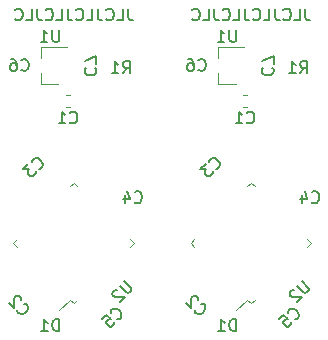
<source format=gbo>
%TF.GenerationSoftware,KiCad,Pcbnew,5.1.6*%
%TF.CreationDate,2020-10-27T00:07:36+01:00*%
%TF.ProjectId,anykey-x2,616e796b-6579-42d7-9832-2e6b69636164,rev?*%
%TF.SameCoordinates,Original*%
%TF.FileFunction,Legend,Bot*%
%TF.FilePolarity,Positive*%
%FSLAX46Y46*%
G04 Gerber Fmt 4.6, Leading zero omitted, Abs format (unit mm)*
G04 Created by KiCad (PCBNEW 5.1.6) date 2020-10-27 00:07:36*
%MOMM*%
%LPD*%
G01*
G04 APERTURE LIST*
%ADD10C,0.150000*%
%ADD11C,0.120000*%
%ADD12C,1.600000*%
%ADD13C,2.000000*%
%ADD14R,0.700000X0.500000*%
%ADD15R,11.100000X8.250000*%
%ADD16R,1.000000X0.900000*%
%ADD17C,2.300000*%
%ADD18C,4.100000*%
G04 APERTURE END LIST*
D10*
X75619065Y-59152381D02*
X75619065Y-59866667D01*
X75666684Y-60009524D01*
X75761922Y-60104762D01*
X75904779Y-60152381D01*
X76000018Y-60152381D01*
X74666684Y-60152381D02*
X75142875Y-60152381D01*
X75142875Y-59152381D01*
X73761922Y-60057143D02*
X73809541Y-60104762D01*
X73952398Y-60152381D01*
X74047637Y-60152381D01*
X74190494Y-60104762D01*
X74285732Y-60009524D01*
X74333351Y-59914286D01*
X74380970Y-59723810D01*
X74380970Y-59580953D01*
X74333351Y-59390477D01*
X74285732Y-59295239D01*
X74190494Y-59200001D01*
X74047637Y-59152381D01*
X73952398Y-59152381D01*
X73809541Y-59200001D01*
X73761922Y-59247620D01*
X73047637Y-59152381D02*
X73047637Y-59866667D01*
X73095256Y-60009524D01*
X73190494Y-60104762D01*
X73333351Y-60152381D01*
X73428589Y-60152381D01*
X72095256Y-60152381D02*
X72571446Y-60152381D01*
X72571446Y-59152381D01*
X71190494Y-60057143D02*
X71238113Y-60104762D01*
X71380970Y-60152381D01*
X71476208Y-60152381D01*
X71619065Y-60104762D01*
X71714303Y-60009524D01*
X71761922Y-59914286D01*
X71809541Y-59723810D01*
X71809541Y-59580953D01*
X71761922Y-59390477D01*
X71714303Y-59295239D01*
X71619065Y-59200001D01*
X71476208Y-59152381D01*
X71380970Y-59152381D01*
X71238113Y-59200001D01*
X71190494Y-59247620D01*
X70476208Y-59152381D02*
X70476208Y-59866667D01*
X70523827Y-60009524D01*
X70619065Y-60104762D01*
X70761922Y-60152381D01*
X70857160Y-60152381D01*
X69523827Y-60152381D02*
X70000018Y-60152381D01*
X70000018Y-59152381D01*
X68619065Y-60057143D02*
X68666684Y-60104762D01*
X68809541Y-60152381D01*
X68904779Y-60152381D01*
X69047637Y-60104762D01*
X69142875Y-60009524D01*
X69190494Y-59914286D01*
X69238113Y-59723810D01*
X69238113Y-59580953D01*
X69190494Y-59390477D01*
X69142875Y-59295239D01*
X69047637Y-59200001D01*
X68904779Y-59152381D01*
X68809541Y-59152381D01*
X68666684Y-59200001D01*
X68619065Y-59247620D01*
X67904779Y-59152381D02*
X67904779Y-59866667D01*
X67952398Y-60009524D01*
X68047637Y-60104762D01*
X68190494Y-60152381D01*
X68285732Y-60152381D01*
X66952398Y-60152381D02*
X67428589Y-60152381D01*
X67428589Y-59152381D01*
X66047637Y-60057143D02*
X66095256Y-60104762D01*
X66238113Y-60152381D01*
X66333351Y-60152381D01*
X66476208Y-60104762D01*
X66571446Y-60009524D01*
X66619065Y-59914286D01*
X66666684Y-59723810D01*
X66666684Y-59580953D01*
X66619065Y-59390477D01*
X66571446Y-59295239D01*
X66476208Y-59200001D01*
X66333351Y-59152381D01*
X66238113Y-59152381D01*
X66095256Y-59200001D01*
X66047637Y-59247620D01*
X60619048Y-59152381D02*
X60619048Y-59866667D01*
X60666667Y-60009524D01*
X60761905Y-60104762D01*
X60904762Y-60152381D01*
X61000001Y-60152381D01*
X59666667Y-60152381D02*
X60142858Y-60152381D01*
X60142858Y-59152381D01*
X58761905Y-60057143D02*
X58809524Y-60104762D01*
X58952381Y-60152381D01*
X59047620Y-60152381D01*
X59190477Y-60104762D01*
X59285715Y-60009524D01*
X59333334Y-59914286D01*
X59380953Y-59723810D01*
X59380953Y-59580953D01*
X59333334Y-59390477D01*
X59285715Y-59295239D01*
X59190477Y-59200001D01*
X59047620Y-59152381D01*
X58952381Y-59152381D01*
X58809524Y-59200001D01*
X58761905Y-59247620D01*
X58047620Y-59152381D02*
X58047620Y-59866667D01*
X58095239Y-60009524D01*
X58190477Y-60104762D01*
X58333334Y-60152381D01*
X58428572Y-60152381D01*
X57095239Y-60152381D02*
X57571429Y-60152381D01*
X57571429Y-59152381D01*
X56190477Y-60057143D02*
X56238096Y-60104762D01*
X56380953Y-60152381D01*
X56476191Y-60152381D01*
X56619048Y-60104762D01*
X56714286Y-60009524D01*
X56761905Y-59914286D01*
X56809524Y-59723810D01*
X56809524Y-59580953D01*
X56761905Y-59390477D01*
X56714286Y-59295239D01*
X56619048Y-59200001D01*
X56476191Y-59152381D01*
X56380953Y-59152381D01*
X56238096Y-59200001D01*
X56190477Y-59247620D01*
X55476191Y-59152381D02*
X55476191Y-59866667D01*
X55523810Y-60009524D01*
X55619048Y-60104762D01*
X55761905Y-60152381D01*
X55857143Y-60152381D01*
X54523810Y-60152381D02*
X55000001Y-60152381D01*
X55000001Y-59152381D01*
X53619048Y-60057143D02*
X53666667Y-60104762D01*
X53809524Y-60152381D01*
X53904762Y-60152381D01*
X54047620Y-60104762D01*
X54142858Y-60009524D01*
X54190477Y-59914286D01*
X54238096Y-59723810D01*
X54238096Y-59580953D01*
X54190477Y-59390477D01*
X54142858Y-59295239D01*
X54047620Y-59200001D01*
X53904762Y-59152381D01*
X53809524Y-59152381D01*
X53666667Y-59200001D01*
X53619048Y-59247620D01*
X52904762Y-59152381D02*
X52904762Y-59866667D01*
X52952381Y-60009524D01*
X53047620Y-60104762D01*
X53190477Y-60152381D01*
X53285715Y-60152381D01*
X51952381Y-60152381D02*
X52428572Y-60152381D01*
X52428572Y-59152381D01*
X51047620Y-60057143D02*
X51095239Y-60104762D01*
X51238096Y-60152381D01*
X51333334Y-60152381D01*
X51476191Y-60104762D01*
X51571429Y-60009524D01*
X51619048Y-59914286D01*
X51666667Y-59723810D01*
X51666667Y-59580953D01*
X51619048Y-59390477D01*
X51571429Y-59295239D01*
X51476191Y-59200001D01*
X51333334Y-59152381D01*
X51238096Y-59152381D01*
X51095239Y-59200001D01*
X51047620Y-59247620D01*
D11*
%TO.C,C1*%
X70337239Y-66490001D02*
X70662797Y-66490001D01*
X70337239Y-67510001D02*
X70662797Y-67510001D01*
%TO.C,U1*%
X68240018Y-65580001D02*
X68240018Y-64650001D01*
X68240018Y-62420001D02*
X68240018Y-63350001D01*
X68240018Y-62420001D02*
X70400018Y-62420001D01*
X68240018Y-65580001D02*
X69700018Y-65580001D01*
%TO.C,U2*%
X70681820Y-83787114D02*
X69769652Y-84699282D01*
X71000018Y-84105312D02*
X70681820Y-83787114D01*
X71318216Y-83787114D02*
X71000018Y-84105312D01*
X76105329Y-79000001D02*
X75787131Y-78681803D01*
X75787131Y-79318199D02*
X76105329Y-79000001D01*
X65894707Y-79000001D02*
X66212905Y-79318199D01*
X66212905Y-78681803D02*
X65894707Y-79000001D01*
X71000018Y-73894690D02*
X71318216Y-74212888D01*
X70681820Y-74212888D02*
X71000018Y-73894690D01*
%TO.C,C1*%
X55337222Y-66490001D02*
X55662780Y-66490001D01*
X55337222Y-67510001D02*
X55662780Y-67510001D01*
%TO.C,U1*%
X53240001Y-65580001D02*
X53240001Y-64650001D01*
X53240001Y-62420001D02*
X53240001Y-63350001D01*
X53240001Y-62420001D02*
X55400001Y-62420001D01*
X53240001Y-65580001D02*
X54700001Y-65580001D01*
%TO.C,U2*%
X55681803Y-83787114D02*
X54769635Y-84699282D01*
X56000001Y-84105312D02*
X55681803Y-83787114D01*
X56318199Y-83787114D02*
X56000001Y-84105312D01*
X61105312Y-79000001D02*
X60787114Y-78681803D01*
X60787114Y-79318199D02*
X61105312Y-79000001D01*
X50894690Y-79000001D02*
X51212888Y-79318199D01*
X51212888Y-78681803D02*
X50894690Y-79000001D01*
X56000001Y-73894690D02*
X56318199Y-74212888D01*
X55681803Y-74212888D02*
X56000001Y-73894690D01*
%TO.C,C1*%
D10*
X70666684Y-68787143D02*
X70714303Y-68834762D01*
X70857160Y-68882381D01*
X70952398Y-68882381D01*
X71095256Y-68834762D01*
X71190494Y-68739524D01*
X71238113Y-68644286D01*
X71285732Y-68453810D01*
X71285732Y-68310953D01*
X71238113Y-68120477D01*
X71190494Y-68025239D01*
X71095256Y-67930001D01*
X70952398Y-67882381D01*
X70857160Y-67882381D01*
X70714303Y-67930001D01*
X70666684Y-67977620D01*
X69714303Y-68882381D02*
X70285732Y-68882381D01*
X70000018Y-68882381D02*
X70000018Y-67882381D01*
X70095256Y-68025239D01*
X70190494Y-68120477D01*
X70285732Y-68168096D01*
%TO.C,C2*%
X66238015Y-84697705D02*
X66238015Y-84765048D01*
X66305359Y-84899735D01*
X66372702Y-84967079D01*
X66507390Y-85034422D01*
X66642077Y-85034422D01*
X66743092Y-85000751D01*
X66911451Y-84899735D01*
X67012466Y-84798720D01*
X67113481Y-84630361D01*
X67147153Y-84529346D01*
X67147153Y-84394659D01*
X67079809Y-84259972D01*
X67012466Y-84192628D01*
X66877779Y-84125285D01*
X66810435Y-84125285D01*
X66541061Y-83855911D02*
X66541061Y-83788567D01*
X66507390Y-83687552D01*
X66339031Y-83519193D01*
X66238015Y-83485522D01*
X66170672Y-83485522D01*
X66069657Y-83519193D01*
X66002313Y-83586537D01*
X65934970Y-83721224D01*
X65934970Y-84529346D01*
X65497237Y-84091613D01*
%TO.C,C3*%
X68043092Y-72707373D02*
X68110435Y-72707373D01*
X68245122Y-72640029D01*
X68312466Y-72572686D01*
X68379809Y-72437998D01*
X68379809Y-72303311D01*
X68346138Y-72202296D01*
X68245122Y-72033937D01*
X68144107Y-71932922D01*
X67975748Y-71831907D01*
X67874733Y-71798235D01*
X67740046Y-71798235D01*
X67605359Y-71865579D01*
X67538015Y-71932922D01*
X67470672Y-72067609D01*
X67470672Y-72134953D01*
X67167626Y-72303311D02*
X66729893Y-72741044D01*
X67234970Y-72774716D01*
X67133954Y-72875731D01*
X67100283Y-72976747D01*
X67100283Y-73044090D01*
X67133954Y-73145105D01*
X67302313Y-73313464D01*
X67403328Y-73347136D01*
X67470672Y-73347136D01*
X67571687Y-73313464D01*
X67773718Y-73111434D01*
X67807390Y-73010418D01*
X67807390Y-72943075D01*
%TO.C,C5*%
X74697722Y-85462003D02*
X74765065Y-85462003D01*
X74899752Y-85394659D01*
X74967096Y-85327316D01*
X75034439Y-85192628D01*
X75034439Y-85057941D01*
X75000768Y-84956926D01*
X74899752Y-84788567D01*
X74798737Y-84687552D01*
X74630378Y-84586537D01*
X74529363Y-84552865D01*
X74394676Y-84552865D01*
X74259989Y-84620209D01*
X74192645Y-84687552D01*
X74125302Y-84822239D01*
X74125302Y-84889583D01*
X73418195Y-85462003D02*
X73754913Y-85125285D01*
X74125302Y-85428331D01*
X74057958Y-85428331D01*
X73956943Y-85462003D01*
X73788584Y-85630361D01*
X73754913Y-85731377D01*
X73754913Y-85798720D01*
X73788584Y-85899735D01*
X73956943Y-86068094D01*
X74057958Y-86101766D01*
X74125302Y-86101766D01*
X74226317Y-86068094D01*
X74394676Y-85899735D01*
X74428348Y-85798720D01*
X74428348Y-85731377D01*
%TO.C,C7*%
X72012875Y-64166667D02*
X71965256Y-64214286D01*
X71917637Y-64357143D01*
X71917637Y-64452381D01*
X71965256Y-64595239D01*
X72060494Y-64690477D01*
X72155732Y-64738096D01*
X72346208Y-64785715D01*
X72489065Y-64785715D01*
X72679541Y-64738096D01*
X72774779Y-64690477D01*
X72870018Y-64595239D01*
X72917637Y-64452381D01*
X72917637Y-64357143D01*
X72870018Y-64214286D01*
X72822398Y-64166667D01*
X72917637Y-63833334D02*
X72917637Y-63166667D01*
X71917637Y-63595239D01*
%TO.C,D1*%
X69738113Y-86452381D02*
X69738113Y-85452381D01*
X69500018Y-85452381D01*
X69357160Y-85500001D01*
X69261922Y-85595239D01*
X69214303Y-85690477D01*
X69166684Y-85880953D01*
X69166684Y-86023810D01*
X69214303Y-86214286D01*
X69261922Y-86309524D01*
X69357160Y-86404762D01*
X69500018Y-86452381D01*
X69738113Y-86452381D01*
X68214303Y-86452381D02*
X68785732Y-86452381D01*
X68500018Y-86452381D02*
X68500018Y-85452381D01*
X68595256Y-85595239D01*
X68690494Y-85690477D01*
X68785732Y-85738096D01*
%TO.C,R1*%
X75166684Y-64622381D02*
X75500018Y-64146191D01*
X75738113Y-64622381D02*
X75738113Y-63622381D01*
X75357160Y-63622381D01*
X75261922Y-63670001D01*
X75214303Y-63717620D01*
X75166684Y-63812858D01*
X75166684Y-63955715D01*
X75214303Y-64050953D01*
X75261922Y-64098572D01*
X75357160Y-64146191D01*
X75738113Y-64146191D01*
X74214303Y-64622381D02*
X74785732Y-64622381D01*
X74500018Y-64622381D02*
X74500018Y-63622381D01*
X74595256Y-63765239D01*
X74690494Y-63860477D01*
X74785732Y-63908096D01*
%TO.C,U1*%
X69761922Y-60952381D02*
X69761922Y-61761905D01*
X69714303Y-61857143D01*
X69666684Y-61904762D01*
X69571446Y-61952381D01*
X69380970Y-61952381D01*
X69285732Y-61904762D01*
X69238113Y-61857143D01*
X69190494Y-61761905D01*
X69190494Y-60952381D01*
X68190494Y-61952381D02*
X68761922Y-61952381D01*
X68476208Y-61952381D02*
X68476208Y-60952381D01*
X68571446Y-61095239D01*
X68666684Y-61190477D01*
X68761922Y-61238096D01*
%TO.C,U2*%
X75288115Y-82210602D02*
X75860535Y-82783022D01*
X75894207Y-82884037D01*
X75894207Y-82951381D01*
X75860535Y-83052396D01*
X75725848Y-83187083D01*
X75624833Y-83220755D01*
X75557489Y-83220755D01*
X75456474Y-83187083D01*
X74884054Y-82614663D01*
X74648352Y-82985053D02*
X74581009Y-82985053D01*
X74479993Y-83018724D01*
X74311635Y-83187083D01*
X74277963Y-83288098D01*
X74277963Y-83355442D01*
X74311635Y-83456457D01*
X74378978Y-83523801D01*
X74513665Y-83591144D01*
X75321787Y-83591144D01*
X74884054Y-84028877D01*
%TO.C,C6*%
X66566684Y-64327143D02*
X66614303Y-64374762D01*
X66757160Y-64422381D01*
X66852398Y-64422381D01*
X66995256Y-64374762D01*
X67090494Y-64279524D01*
X67138113Y-64184286D01*
X67185732Y-63993810D01*
X67185732Y-63850953D01*
X67138113Y-63660477D01*
X67090494Y-63565239D01*
X66995256Y-63470001D01*
X66852398Y-63422381D01*
X66757160Y-63422381D01*
X66614303Y-63470001D01*
X66566684Y-63517620D01*
X65709541Y-63422381D02*
X65900018Y-63422381D01*
X65995256Y-63470001D01*
X66042875Y-63517620D01*
X66138113Y-63660477D01*
X66185732Y-63850953D01*
X66185732Y-64231905D01*
X66138113Y-64327143D01*
X66090494Y-64374762D01*
X65995256Y-64422381D01*
X65804779Y-64422381D01*
X65709541Y-64374762D01*
X65661922Y-64327143D01*
X65614303Y-64231905D01*
X65614303Y-63993810D01*
X65661922Y-63898572D01*
X65709541Y-63850953D01*
X65804779Y-63803334D01*
X65995256Y-63803334D01*
X66090494Y-63850953D01*
X66138113Y-63898572D01*
X66185732Y-63993810D01*
%TO.C,C4*%
X76166684Y-75527143D02*
X76214303Y-75574762D01*
X76357160Y-75622381D01*
X76452398Y-75622381D01*
X76595256Y-75574762D01*
X76690494Y-75479524D01*
X76738113Y-75384286D01*
X76785732Y-75193810D01*
X76785732Y-75050953D01*
X76738113Y-74860477D01*
X76690494Y-74765239D01*
X76595256Y-74670001D01*
X76452398Y-74622381D01*
X76357160Y-74622381D01*
X76214303Y-74670001D01*
X76166684Y-74717620D01*
X75309541Y-74955715D02*
X75309541Y-75622381D01*
X75547637Y-74574762D02*
X75785732Y-75289048D01*
X75166684Y-75289048D01*
%TO.C,C1*%
X55666667Y-68787143D02*
X55714286Y-68834762D01*
X55857143Y-68882381D01*
X55952381Y-68882381D01*
X56095239Y-68834762D01*
X56190477Y-68739524D01*
X56238096Y-68644286D01*
X56285715Y-68453810D01*
X56285715Y-68310953D01*
X56238096Y-68120477D01*
X56190477Y-68025239D01*
X56095239Y-67930001D01*
X55952381Y-67882381D01*
X55857143Y-67882381D01*
X55714286Y-67930001D01*
X55666667Y-67977620D01*
X54714286Y-68882381D02*
X55285715Y-68882381D01*
X55000001Y-68882381D02*
X55000001Y-67882381D01*
X55095239Y-68025239D01*
X55190477Y-68120477D01*
X55285715Y-68168096D01*
%TO.C,C2*%
X51237998Y-84697705D02*
X51237998Y-84765048D01*
X51305342Y-84899735D01*
X51372685Y-84967079D01*
X51507373Y-85034422D01*
X51642060Y-85034422D01*
X51743075Y-85000751D01*
X51911434Y-84899735D01*
X52012449Y-84798720D01*
X52113464Y-84630361D01*
X52147136Y-84529346D01*
X52147136Y-84394659D01*
X52079792Y-84259972D01*
X52012449Y-84192628D01*
X51877762Y-84125285D01*
X51810418Y-84125285D01*
X51541044Y-83855911D02*
X51541044Y-83788567D01*
X51507373Y-83687552D01*
X51339014Y-83519193D01*
X51237998Y-83485522D01*
X51170655Y-83485522D01*
X51069640Y-83519193D01*
X51002296Y-83586537D01*
X50934953Y-83721224D01*
X50934953Y-84529346D01*
X50497220Y-84091613D01*
%TO.C,C3*%
X53043075Y-72707373D02*
X53110418Y-72707373D01*
X53245105Y-72640029D01*
X53312449Y-72572686D01*
X53379792Y-72437998D01*
X53379792Y-72303311D01*
X53346121Y-72202296D01*
X53245105Y-72033937D01*
X53144090Y-71932922D01*
X52975731Y-71831907D01*
X52874716Y-71798235D01*
X52740029Y-71798235D01*
X52605342Y-71865579D01*
X52537998Y-71932922D01*
X52470655Y-72067609D01*
X52470655Y-72134953D01*
X52167609Y-72303311D02*
X51729876Y-72741044D01*
X52234953Y-72774716D01*
X52133937Y-72875731D01*
X52100266Y-72976747D01*
X52100266Y-73044090D01*
X52133937Y-73145105D01*
X52302296Y-73313464D01*
X52403311Y-73347136D01*
X52470655Y-73347136D01*
X52571670Y-73313464D01*
X52773701Y-73111434D01*
X52807373Y-73010418D01*
X52807373Y-72943075D01*
%TO.C,C5*%
X59697705Y-85462003D02*
X59765048Y-85462003D01*
X59899735Y-85394659D01*
X59967079Y-85327316D01*
X60034422Y-85192628D01*
X60034422Y-85057941D01*
X60000751Y-84956926D01*
X59899735Y-84788567D01*
X59798720Y-84687552D01*
X59630361Y-84586537D01*
X59529346Y-84552865D01*
X59394659Y-84552865D01*
X59259972Y-84620209D01*
X59192628Y-84687552D01*
X59125285Y-84822239D01*
X59125285Y-84889583D01*
X58418178Y-85462003D02*
X58754896Y-85125285D01*
X59125285Y-85428331D01*
X59057941Y-85428331D01*
X58956926Y-85462003D01*
X58788567Y-85630361D01*
X58754896Y-85731377D01*
X58754896Y-85798720D01*
X58788567Y-85899735D01*
X58956926Y-86068094D01*
X59057941Y-86101766D01*
X59125285Y-86101766D01*
X59226300Y-86068094D01*
X59394659Y-85899735D01*
X59428331Y-85798720D01*
X59428331Y-85731377D01*
%TO.C,C7*%
X57012858Y-64166667D02*
X56965239Y-64214286D01*
X56917620Y-64357143D01*
X56917620Y-64452381D01*
X56965239Y-64595239D01*
X57060477Y-64690477D01*
X57155715Y-64738096D01*
X57346191Y-64785715D01*
X57489048Y-64785715D01*
X57679524Y-64738096D01*
X57774762Y-64690477D01*
X57870001Y-64595239D01*
X57917620Y-64452381D01*
X57917620Y-64357143D01*
X57870001Y-64214286D01*
X57822381Y-64166667D01*
X57917620Y-63833334D02*
X57917620Y-63166667D01*
X56917620Y-63595239D01*
%TO.C,D1*%
X54738096Y-86452381D02*
X54738096Y-85452381D01*
X54500001Y-85452381D01*
X54357143Y-85500001D01*
X54261905Y-85595239D01*
X54214286Y-85690477D01*
X54166667Y-85880953D01*
X54166667Y-86023810D01*
X54214286Y-86214286D01*
X54261905Y-86309524D01*
X54357143Y-86404762D01*
X54500001Y-86452381D01*
X54738096Y-86452381D01*
X53214286Y-86452381D02*
X53785715Y-86452381D01*
X53500001Y-86452381D02*
X53500001Y-85452381D01*
X53595239Y-85595239D01*
X53690477Y-85690477D01*
X53785715Y-85738096D01*
%TO.C,R1*%
X60166667Y-64622381D02*
X60500001Y-64146191D01*
X60738096Y-64622381D02*
X60738096Y-63622381D01*
X60357143Y-63622381D01*
X60261905Y-63670001D01*
X60214286Y-63717620D01*
X60166667Y-63812858D01*
X60166667Y-63955715D01*
X60214286Y-64050953D01*
X60261905Y-64098572D01*
X60357143Y-64146191D01*
X60738096Y-64146191D01*
X59214286Y-64622381D02*
X59785715Y-64622381D01*
X59500001Y-64622381D02*
X59500001Y-63622381D01*
X59595239Y-63765239D01*
X59690477Y-63860477D01*
X59785715Y-63908096D01*
%TO.C,U1*%
X54761905Y-60952381D02*
X54761905Y-61761905D01*
X54714286Y-61857143D01*
X54666667Y-61904762D01*
X54571429Y-61952381D01*
X54380953Y-61952381D01*
X54285715Y-61904762D01*
X54238096Y-61857143D01*
X54190477Y-61761905D01*
X54190477Y-60952381D01*
X53190477Y-61952381D02*
X53761905Y-61952381D01*
X53476191Y-61952381D02*
X53476191Y-60952381D01*
X53571429Y-61095239D01*
X53666667Y-61190477D01*
X53761905Y-61238096D01*
%TO.C,U2*%
X60288098Y-82210602D02*
X60860518Y-82783022D01*
X60894190Y-82884037D01*
X60894190Y-82951381D01*
X60860518Y-83052396D01*
X60725831Y-83187083D01*
X60624816Y-83220755D01*
X60557472Y-83220755D01*
X60456457Y-83187083D01*
X59884037Y-82614663D01*
X59648335Y-82985053D02*
X59580992Y-82985053D01*
X59479976Y-83018724D01*
X59311618Y-83187083D01*
X59277946Y-83288098D01*
X59277946Y-83355442D01*
X59311618Y-83456457D01*
X59378961Y-83523801D01*
X59513648Y-83591144D01*
X60321770Y-83591144D01*
X59884037Y-84028877D01*
%TO.C,C6*%
X51566667Y-64327143D02*
X51614286Y-64374762D01*
X51757143Y-64422381D01*
X51852381Y-64422381D01*
X51995239Y-64374762D01*
X52090477Y-64279524D01*
X52138096Y-64184286D01*
X52185715Y-63993810D01*
X52185715Y-63850953D01*
X52138096Y-63660477D01*
X52090477Y-63565239D01*
X51995239Y-63470001D01*
X51852381Y-63422381D01*
X51757143Y-63422381D01*
X51614286Y-63470001D01*
X51566667Y-63517620D01*
X50709524Y-63422381D02*
X50900001Y-63422381D01*
X50995239Y-63470001D01*
X51042858Y-63517620D01*
X51138096Y-63660477D01*
X51185715Y-63850953D01*
X51185715Y-64231905D01*
X51138096Y-64327143D01*
X51090477Y-64374762D01*
X50995239Y-64422381D01*
X50804762Y-64422381D01*
X50709524Y-64374762D01*
X50661905Y-64327143D01*
X50614286Y-64231905D01*
X50614286Y-63993810D01*
X50661905Y-63898572D01*
X50709524Y-63850953D01*
X50804762Y-63803334D01*
X50995239Y-63803334D01*
X51090477Y-63850953D01*
X51138096Y-63898572D01*
X51185715Y-63993810D01*
%TO.C,C4*%
X61166667Y-75527143D02*
X61214286Y-75574762D01*
X61357143Y-75622381D01*
X61452381Y-75622381D01*
X61595239Y-75574762D01*
X61690477Y-75479524D01*
X61738096Y-75384286D01*
X61785715Y-75193810D01*
X61785715Y-75050953D01*
X61738096Y-74860477D01*
X61690477Y-74765239D01*
X61595239Y-74670001D01*
X61452381Y-74622381D01*
X61357143Y-74622381D01*
X61214286Y-74670001D01*
X61166667Y-74717620D01*
X60309524Y-74955715D02*
X60309524Y-75622381D01*
X60547620Y-74574762D02*
X60785715Y-75289048D01*
X60166667Y-75289048D01*
%TD*%
%LPC*%
D12*
%TO.C,REF\u002A\u002A*%
X54999000Y-92501017D03*
%TD*%
%TO.C,REF\u002A\u002A*%
X72001018Y-44499000D03*
%TD*%
%TO.C,REF\u002A\u002A*%
X54999000Y-44499000D03*
%TD*%
D13*
%TO.C,REF\u002A\u002A*%
X59999000Y-92501017D03*
%TD*%
%TO.C,REF\u002A\u002A*%
X67001018Y-44499000D03*
%TD*%
%TO.C,REF\u002A\u002A*%
X59999000Y-44499000D03*
%TD*%
%TO.C,C1*%
G36*
G01*
X69225018Y-67281251D02*
X69225018Y-66718751D01*
G75*
G02*
X69468768Y-66475001I243750J0D01*
G01*
X69956268Y-66475001D01*
G75*
G02*
X70200018Y-66718751I0J-243750D01*
G01*
X70200018Y-67281251D01*
G75*
G02*
X69956268Y-67525001I-243750J0D01*
G01*
X69468768Y-67525001D01*
G75*
G02*
X69225018Y-67281251I0J243750D01*
G01*
G37*
G36*
G01*
X70800018Y-67281251D02*
X70800018Y-66718751D01*
G75*
G02*
X71043768Y-66475001I243750J0D01*
G01*
X71531268Y-66475001D01*
G75*
G02*
X71775018Y-66718751I0J-243750D01*
G01*
X71775018Y-67281251D01*
G75*
G02*
X71531268Y-67525001I-243750J0D01*
G01*
X71043768Y-67525001D01*
G75*
G02*
X70800018Y-67281251I0J243750D01*
G01*
G37*
%TD*%
%TO.C,C2*%
G36*
G01*
X66473466Y-83052756D02*
X66752773Y-82773448D01*
G75*
G02*
X66996725Y-82773448I121976J-121976D01*
G01*
X67240677Y-83017400D01*
G75*
G02*
X67240677Y-83261352I-121976J-121976D01*
G01*
X66961369Y-83540660D01*
G75*
G02*
X66717417Y-83540660I-121976J121976D01*
G01*
X66473465Y-83296708D01*
G75*
G02*
X66473465Y-83052756I121976J121976D01*
G01*
G37*
G36*
G01*
X67159360Y-83738650D02*
X67438667Y-83459342D01*
G75*
G02*
X67682619Y-83459342I121976J-121976D01*
G01*
X67926571Y-83703294D01*
G75*
G02*
X67926571Y-83947246I-121976J-121976D01*
G01*
X67647263Y-84226554D01*
G75*
G02*
X67403311Y-84226554I-121976J121976D01*
G01*
X67159359Y-83982602D01*
G75*
G02*
X67159359Y-83738650I121976J121976D01*
G01*
G37*
%TD*%
%TO.C,C3*%
G36*
G01*
X68261369Y-73359343D02*
X68540677Y-73638650D01*
G75*
G02*
X68540677Y-73882602I-121976J-121976D01*
G01*
X68296725Y-74126554D01*
G75*
G02*
X68052773Y-74126554I-121976J121976D01*
G01*
X67773465Y-73847246D01*
G75*
G02*
X67773465Y-73603294I121976J121976D01*
G01*
X68017417Y-73359342D01*
G75*
G02*
X68261369Y-73359342I121976J-121976D01*
G01*
G37*
G36*
G01*
X68947263Y-72673449D02*
X69226571Y-72952756D01*
G75*
G02*
X69226571Y-73196708I-121976J-121976D01*
G01*
X68982619Y-73440660D01*
G75*
G02*
X68738667Y-73440660I-121976J121976D01*
G01*
X68459359Y-73161352D01*
G75*
G02*
X68459359Y-72917400I121976J121976D01*
G01*
X68703311Y-72673448D01*
G75*
G02*
X68947263Y-72673448I121976J-121976D01*
G01*
G37*
%TD*%
%TO.C,C5*%
G36*
G01*
X73738667Y-84540659D02*
X73459359Y-84261352D01*
G75*
G02*
X73459359Y-84017400I121976J121976D01*
G01*
X73703311Y-83773448D01*
G75*
G02*
X73947263Y-83773448I121976J-121976D01*
G01*
X74226571Y-84052756D01*
G75*
G02*
X74226571Y-84296708I-121976J-121976D01*
G01*
X73982619Y-84540660D01*
G75*
G02*
X73738667Y-84540660I-121976J121976D01*
G01*
G37*
G36*
G01*
X73052773Y-85226553D02*
X72773465Y-84947246D01*
G75*
G02*
X72773465Y-84703294I121976J121976D01*
G01*
X73017417Y-84459342D01*
G75*
G02*
X73261369Y-84459342I121976J-121976D01*
G01*
X73540677Y-84738650D01*
G75*
G02*
X73540677Y-84982602I-121976J-121976D01*
G01*
X73296725Y-85226554D01*
G75*
G02*
X73052773Y-85226554I-121976J121976D01*
G01*
G37*
%TD*%
%TO.C,C7*%
G36*
G01*
X71397518Y-63860001D02*
X71002518Y-63860001D01*
G75*
G02*
X70830018Y-63687501I0J172500D01*
G01*
X70830018Y-63342501D01*
G75*
G02*
X71002518Y-63170001I172500J0D01*
G01*
X71397518Y-63170001D01*
G75*
G02*
X71570018Y-63342501I0J-172500D01*
G01*
X71570018Y-63687501D01*
G75*
G02*
X71397518Y-63860001I-172500J0D01*
G01*
G37*
G36*
G01*
X71397518Y-64830001D02*
X71002518Y-64830001D01*
G75*
G02*
X70830018Y-64657501I0J172500D01*
G01*
X70830018Y-64312501D01*
G75*
G02*
X71002518Y-64140001I172500J0D01*
G01*
X71397518Y-64140001D01*
G75*
G02*
X71570018Y-64312501I0J-172500D01*
G01*
X71570018Y-64657501D01*
G75*
G02*
X71397518Y-64830001I-172500J0D01*
G01*
G37*
%TD*%
D14*
%TO.C,D1*%
X70350018Y-86400001D03*
X71650018Y-86400001D03*
X71650018Y-85600001D03*
X70350018Y-85600001D03*
%TD*%
D15*
%TO.C,J1*%
X71000018Y-54575001D03*
%TD*%
%TO.C,R1*%
G36*
G01*
X74170018Y-63197501D02*
X74170018Y-62802501D01*
G75*
G02*
X74342518Y-62630001I172500J0D01*
G01*
X74687518Y-62630001D01*
G75*
G02*
X74860018Y-62802501I0J-172500D01*
G01*
X74860018Y-63197501D01*
G75*
G02*
X74687518Y-63370001I-172500J0D01*
G01*
X74342518Y-63370001D01*
G75*
G02*
X74170018Y-63197501I0J172500D01*
G01*
G37*
G36*
G01*
X75140018Y-63197501D02*
X75140018Y-62802501D01*
G75*
G02*
X75312518Y-62630001I172500J0D01*
G01*
X75657518Y-62630001D01*
G75*
G02*
X75830018Y-62802501I0J-172500D01*
G01*
X75830018Y-63197501D01*
G75*
G02*
X75657518Y-63370001I-172500J0D01*
G01*
X75312518Y-63370001D01*
G75*
G02*
X75140018Y-63197501I0J172500D01*
G01*
G37*
%TD*%
D16*
%TO.C,U1*%
X68000018Y-64000001D03*
X70000018Y-64950001D03*
X70000018Y-63050001D03*
%TD*%
%TO.C,U2*%
G36*
G01*
X69515094Y-84515434D02*
X69373672Y-84374013D01*
G75*
G02*
X69373672Y-84232591I70711J70711D01*
G01*
X70345944Y-83260319D01*
G75*
G02*
X70487366Y-83260319I70711J-70711D01*
G01*
X70628788Y-83401741D01*
G75*
G02*
X70628788Y-83543163I-70711J-70711D01*
G01*
X69656516Y-84515435D01*
G75*
G02*
X69515094Y-84515435I-70711J70711D01*
G01*
G37*
G36*
G01*
X69161540Y-84161880D02*
X69020118Y-84020459D01*
G75*
G02*
X69020118Y-83879037I70711J70711D01*
G01*
X69992390Y-82906765D01*
G75*
G02*
X70133812Y-82906765I70711J-70711D01*
G01*
X70275234Y-83048187D01*
G75*
G02*
X70275234Y-83189609I-70711J-70711D01*
G01*
X69302962Y-84161881D01*
G75*
G02*
X69161540Y-84161881I-70711J70711D01*
G01*
G37*
G36*
G01*
X68807987Y-83808327D02*
X68666565Y-83666906D01*
G75*
G02*
X68666565Y-83525484I70711J70711D01*
G01*
X69638837Y-82553212D01*
G75*
G02*
X69780259Y-82553212I70711J-70711D01*
G01*
X69921681Y-82694634D01*
G75*
G02*
X69921681Y-82836056I-70711J-70711D01*
G01*
X68949409Y-83808328D01*
G75*
G02*
X68807987Y-83808328I-70711J70711D01*
G01*
G37*
G36*
G01*
X68454433Y-83454773D02*
X68313011Y-83313352D01*
G75*
G02*
X68313011Y-83171930I70711J70711D01*
G01*
X69285283Y-82199658D01*
G75*
G02*
X69426705Y-82199658I70711J-70711D01*
G01*
X69568127Y-82341080D01*
G75*
G02*
X69568127Y-82482502I-70711J-70711D01*
G01*
X68595855Y-83454774D01*
G75*
G02*
X68454433Y-83454774I-70711J70711D01*
G01*
G37*
G36*
G01*
X68100880Y-83101220D02*
X67959458Y-82959799D01*
G75*
G02*
X67959458Y-82818377I70711J70711D01*
G01*
X68931730Y-81846105D01*
G75*
G02*
X69073152Y-81846105I70711J-70711D01*
G01*
X69214574Y-81987527D01*
G75*
G02*
X69214574Y-82128949I-70711J-70711D01*
G01*
X68242302Y-83101221D01*
G75*
G02*
X68100880Y-83101221I-70711J70711D01*
G01*
G37*
G36*
G01*
X67747327Y-82747667D02*
X67605905Y-82606246D01*
G75*
G02*
X67605905Y-82464824I70711J70711D01*
G01*
X68578177Y-81492552D01*
G75*
G02*
X68719599Y-81492552I70711J-70711D01*
G01*
X68861021Y-81633974D01*
G75*
G02*
X68861021Y-81775396I-70711J-70711D01*
G01*
X67888749Y-82747668D01*
G75*
G02*
X67747327Y-82747668I-70711J70711D01*
G01*
G37*
G36*
G01*
X67393773Y-82394113D02*
X67252351Y-82252692D01*
G75*
G02*
X67252351Y-82111270I70711J70711D01*
G01*
X68224623Y-81138998D01*
G75*
G02*
X68366045Y-81138998I70711J-70711D01*
G01*
X68507467Y-81280420D01*
G75*
G02*
X68507467Y-81421842I-70711J-70711D01*
G01*
X67535195Y-82394114D01*
G75*
G02*
X67393773Y-82394114I-70711J70711D01*
G01*
G37*
G36*
G01*
X67040220Y-82040560D02*
X66898798Y-81899139D01*
G75*
G02*
X66898798Y-81757717I70711J70711D01*
G01*
X67871070Y-80785445D01*
G75*
G02*
X68012492Y-80785445I70711J-70711D01*
G01*
X68153914Y-80926867D01*
G75*
G02*
X68153914Y-81068289I-70711J-70711D01*
G01*
X67181642Y-82040561D01*
G75*
G02*
X67040220Y-82040561I-70711J70711D01*
G01*
G37*
G36*
G01*
X66686667Y-81687007D02*
X66545245Y-81545586D01*
G75*
G02*
X66545245Y-81404164I70711J70711D01*
G01*
X67517517Y-80431892D01*
G75*
G02*
X67658939Y-80431892I70711J-70711D01*
G01*
X67800361Y-80573314D01*
G75*
G02*
X67800361Y-80714736I-70711J-70711D01*
G01*
X66828089Y-81687008D01*
G75*
G02*
X66686667Y-81687008I-70711J70711D01*
G01*
G37*
G36*
G01*
X66333113Y-81333453D02*
X66191691Y-81192032D01*
G75*
G02*
X66191691Y-81050610I70711J70711D01*
G01*
X67163963Y-80078338D01*
G75*
G02*
X67305385Y-80078338I70711J-70711D01*
G01*
X67446807Y-80219760D01*
G75*
G02*
X67446807Y-80361182I-70711J-70711D01*
G01*
X66474535Y-81333454D01*
G75*
G02*
X66333113Y-81333454I-70711J70711D01*
G01*
G37*
G36*
G01*
X65979560Y-80979900D02*
X65838138Y-80838479D01*
G75*
G02*
X65838138Y-80697057I70711J70711D01*
G01*
X66810410Y-79724785D01*
G75*
G02*
X66951832Y-79724785I70711J-70711D01*
G01*
X67093254Y-79866207D01*
G75*
G02*
X67093254Y-80007629I-70711J-70711D01*
G01*
X66120982Y-80979901D01*
G75*
G02*
X65979560Y-80979901I-70711J70711D01*
G01*
G37*
G36*
G01*
X65626006Y-80626346D02*
X65484584Y-80484925D01*
G75*
G02*
X65484584Y-80343503I70711J70711D01*
G01*
X66456856Y-79371231D01*
G75*
G02*
X66598278Y-79371231I70711J-70711D01*
G01*
X66739700Y-79512653D01*
G75*
G02*
X66739700Y-79654075I-70711J-70711D01*
G01*
X65767428Y-80626347D01*
G75*
G02*
X65626006Y-80626347I-70711J70711D01*
G01*
G37*
G36*
G01*
X66456857Y-78628770D02*
X65484584Y-77656499D01*
G75*
G02*
X65484584Y-77515077I70711J70711D01*
G01*
X65626006Y-77373655D01*
G75*
G02*
X65767428Y-77373655I70711J-70711D01*
G01*
X66739700Y-78345927D01*
G75*
G02*
X66739700Y-78487349I-70711J-70711D01*
G01*
X66598278Y-78628771D01*
G75*
G02*
X66456856Y-78628771I-70711J70711D01*
G01*
G37*
G36*
G01*
X66810411Y-78275216D02*
X65838138Y-77302945D01*
G75*
G02*
X65838138Y-77161523I70711J70711D01*
G01*
X65979560Y-77020101D01*
G75*
G02*
X66120982Y-77020101I70711J-70711D01*
G01*
X67093254Y-77992373D01*
G75*
G02*
X67093254Y-78133795I-70711J-70711D01*
G01*
X66951832Y-78275217D01*
G75*
G02*
X66810410Y-78275217I-70711J70711D01*
G01*
G37*
G36*
G01*
X67163964Y-77921663D02*
X66191691Y-76949392D01*
G75*
G02*
X66191691Y-76807970I70711J70711D01*
G01*
X66333113Y-76666548D01*
G75*
G02*
X66474535Y-76666548I70711J-70711D01*
G01*
X67446807Y-77638820D01*
G75*
G02*
X67446807Y-77780242I-70711J-70711D01*
G01*
X67305385Y-77921664D01*
G75*
G02*
X67163963Y-77921664I-70711J70711D01*
G01*
G37*
G36*
G01*
X67517518Y-77568109D02*
X66545245Y-76595838D01*
G75*
G02*
X66545245Y-76454416I70711J70711D01*
G01*
X66686667Y-76312994D01*
G75*
G02*
X66828089Y-76312994I70711J-70711D01*
G01*
X67800361Y-77285266D01*
G75*
G02*
X67800361Y-77426688I-70711J-70711D01*
G01*
X67658939Y-77568110D01*
G75*
G02*
X67517517Y-77568110I-70711J70711D01*
G01*
G37*
G36*
G01*
X67871071Y-77214556D02*
X66898798Y-76242285D01*
G75*
G02*
X66898798Y-76100863I70711J70711D01*
G01*
X67040220Y-75959441D01*
G75*
G02*
X67181642Y-75959441I70711J-70711D01*
G01*
X68153914Y-76931713D01*
G75*
G02*
X68153914Y-77073135I-70711J-70711D01*
G01*
X68012492Y-77214557D01*
G75*
G02*
X67871070Y-77214557I-70711J70711D01*
G01*
G37*
G36*
G01*
X68224624Y-76861003D02*
X67252351Y-75888732D01*
G75*
G02*
X67252351Y-75747310I70711J70711D01*
G01*
X67393773Y-75605888D01*
G75*
G02*
X67535195Y-75605888I70711J-70711D01*
G01*
X68507467Y-76578160D01*
G75*
G02*
X68507467Y-76719582I-70711J-70711D01*
G01*
X68366045Y-76861004D01*
G75*
G02*
X68224623Y-76861004I-70711J70711D01*
G01*
G37*
G36*
G01*
X68578178Y-76507449D02*
X67605905Y-75535178D01*
G75*
G02*
X67605905Y-75393756I70711J70711D01*
G01*
X67747327Y-75252334D01*
G75*
G02*
X67888749Y-75252334I70711J-70711D01*
G01*
X68861021Y-76224606D01*
G75*
G02*
X68861021Y-76366028I-70711J-70711D01*
G01*
X68719599Y-76507450D01*
G75*
G02*
X68578177Y-76507450I-70711J70711D01*
G01*
G37*
G36*
G01*
X68931731Y-76153896D02*
X67959458Y-75181625D01*
G75*
G02*
X67959458Y-75040203I70711J70711D01*
G01*
X68100880Y-74898781D01*
G75*
G02*
X68242302Y-74898781I70711J-70711D01*
G01*
X69214574Y-75871053D01*
G75*
G02*
X69214574Y-76012475I-70711J-70711D01*
G01*
X69073152Y-76153897D01*
G75*
G02*
X68931730Y-76153897I-70711J70711D01*
G01*
G37*
G36*
G01*
X69285284Y-75800343D02*
X68313011Y-74828072D01*
G75*
G02*
X68313011Y-74686650I70711J70711D01*
G01*
X68454433Y-74545228D01*
G75*
G02*
X68595855Y-74545228I70711J-70711D01*
G01*
X69568127Y-75517500D01*
G75*
G02*
X69568127Y-75658922I-70711J-70711D01*
G01*
X69426705Y-75800344D01*
G75*
G02*
X69285283Y-75800344I-70711J70711D01*
G01*
G37*
G36*
G01*
X69638838Y-75446789D02*
X68666565Y-74474518D01*
G75*
G02*
X68666565Y-74333096I70711J70711D01*
G01*
X68807987Y-74191674D01*
G75*
G02*
X68949409Y-74191674I70711J-70711D01*
G01*
X69921681Y-75163946D01*
G75*
G02*
X69921681Y-75305368I-70711J-70711D01*
G01*
X69780259Y-75446790D01*
G75*
G02*
X69638837Y-75446790I-70711J70711D01*
G01*
G37*
G36*
G01*
X69992391Y-75093236D02*
X69020118Y-74120965D01*
G75*
G02*
X69020118Y-73979543I70711J70711D01*
G01*
X69161540Y-73838121D01*
G75*
G02*
X69302962Y-73838121I70711J-70711D01*
G01*
X70275234Y-74810393D01*
G75*
G02*
X70275234Y-74951815I-70711J-70711D01*
G01*
X70133812Y-75093237D01*
G75*
G02*
X69992390Y-75093237I-70711J70711D01*
G01*
G37*
G36*
G01*
X70345945Y-74739682D02*
X69373672Y-73767411D01*
G75*
G02*
X69373672Y-73625989I70711J70711D01*
G01*
X69515094Y-73484567D01*
G75*
G02*
X69656516Y-73484567I70711J-70711D01*
G01*
X70628788Y-74456839D01*
G75*
G02*
X70628788Y-74598261I-70711J-70711D01*
G01*
X70487366Y-74739683D01*
G75*
G02*
X70345944Y-74739683I-70711J70711D01*
G01*
G37*
G36*
G01*
X71512670Y-74739682D02*
X71371248Y-74598261D01*
G75*
G02*
X71371248Y-74456839I70711J70711D01*
G01*
X72343520Y-73484567D01*
G75*
G02*
X72484942Y-73484567I70711J-70711D01*
G01*
X72626364Y-73625989D01*
G75*
G02*
X72626364Y-73767411I-70711J-70711D01*
G01*
X71654092Y-74739683D01*
G75*
G02*
X71512670Y-74739683I-70711J70711D01*
G01*
G37*
G36*
G01*
X71866224Y-75093236D02*
X71724802Y-74951815D01*
G75*
G02*
X71724802Y-74810393I70711J70711D01*
G01*
X72697074Y-73838121D01*
G75*
G02*
X72838496Y-73838121I70711J-70711D01*
G01*
X72979918Y-73979543D01*
G75*
G02*
X72979918Y-74120965I-70711J-70711D01*
G01*
X72007646Y-75093237D01*
G75*
G02*
X71866224Y-75093237I-70711J70711D01*
G01*
G37*
G36*
G01*
X72219777Y-75446789D02*
X72078355Y-75305368D01*
G75*
G02*
X72078355Y-75163946I70711J70711D01*
G01*
X73050627Y-74191674D01*
G75*
G02*
X73192049Y-74191674I70711J-70711D01*
G01*
X73333471Y-74333096D01*
G75*
G02*
X73333471Y-74474518I-70711J-70711D01*
G01*
X72361199Y-75446790D01*
G75*
G02*
X72219777Y-75446790I-70711J70711D01*
G01*
G37*
G36*
G01*
X72573331Y-75800343D02*
X72431909Y-75658922D01*
G75*
G02*
X72431909Y-75517500I70711J70711D01*
G01*
X73404181Y-74545228D01*
G75*
G02*
X73545603Y-74545228I70711J-70711D01*
G01*
X73687025Y-74686650D01*
G75*
G02*
X73687025Y-74828072I-70711J-70711D01*
G01*
X72714753Y-75800344D01*
G75*
G02*
X72573331Y-75800344I-70711J70711D01*
G01*
G37*
G36*
G01*
X72926884Y-76153896D02*
X72785462Y-76012475D01*
G75*
G02*
X72785462Y-75871053I70711J70711D01*
G01*
X73757734Y-74898781D01*
G75*
G02*
X73899156Y-74898781I70711J-70711D01*
G01*
X74040578Y-75040203D01*
G75*
G02*
X74040578Y-75181625I-70711J-70711D01*
G01*
X73068306Y-76153897D01*
G75*
G02*
X72926884Y-76153897I-70711J70711D01*
G01*
G37*
G36*
G01*
X73280437Y-76507449D02*
X73139015Y-76366028D01*
G75*
G02*
X73139015Y-76224606I70711J70711D01*
G01*
X74111287Y-75252334D01*
G75*
G02*
X74252709Y-75252334I70711J-70711D01*
G01*
X74394131Y-75393756D01*
G75*
G02*
X74394131Y-75535178I-70711J-70711D01*
G01*
X73421859Y-76507450D01*
G75*
G02*
X73280437Y-76507450I-70711J70711D01*
G01*
G37*
G36*
G01*
X73633991Y-76861003D02*
X73492569Y-76719582D01*
G75*
G02*
X73492569Y-76578160I70711J70711D01*
G01*
X74464841Y-75605888D01*
G75*
G02*
X74606263Y-75605888I70711J-70711D01*
G01*
X74747685Y-75747310D01*
G75*
G02*
X74747685Y-75888732I-70711J-70711D01*
G01*
X73775413Y-76861004D01*
G75*
G02*
X73633991Y-76861004I-70711J70711D01*
G01*
G37*
G36*
G01*
X73987544Y-77214556D02*
X73846122Y-77073135D01*
G75*
G02*
X73846122Y-76931713I70711J70711D01*
G01*
X74818394Y-75959441D01*
G75*
G02*
X74959816Y-75959441I70711J-70711D01*
G01*
X75101238Y-76100863D01*
G75*
G02*
X75101238Y-76242285I-70711J-70711D01*
G01*
X74128966Y-77214557D01*
G75*
G02*
X73987544Y-77214557I-70711J70711D01*
G01*
G37*
G36*
G01*
X74341097Y-77568109D02*
X74199675Y-77426688D01*
G75*
G02*
X74199675Y-77285266I70711J70711D01*
G01*
X75171947Y-76312994D01*
G75*
G02*
X75313369Y-76312994I70711J-70711D01*
G01*
X75454791Y-76454416D01*
G75*
G02*
X75454791Y-76595838I-70711J-70711D01*
G01*
X74482519Y-77568110D01*
G75*
G02*
X74341097Y-77568110I-70711J70711D01*
G01*
G37*
G36*
G01*
X74694651Y-77921663D02*
X74553229Y-77780242D01*
G75*
G02*
X74553229Y-77638820I70711J70711D01*
G01*
X75525501Y-76666548D01*
G75*
G02*
X75666923Y-76666548I70711J-70711D01*
G01*
X75808345Y-76807970D01*
G75*
G02*
X75808345Y-76949392I-70711J-70711D01*
G01*
X74836073Y-77921664D01*
G75*
G02*
X74694651Y-77921664I-70711J70711D01*
G01*
G37*
G36*
G01*
X75048204Y-78275216D02*
X74906782Y-78133795D01*
G75*
G02*
X74906782Y-77992373I70711J70711D01*
G01*
X75879054Y-77020101D01*
G75*
G02*
X76020476Y-77020101I70711J-70711D01*
G01*
X76161898Y-77161523D01*
G75*
G02*
X76161898Y-77302945I-70711J-70711D01*
G01*
X75189626Y-78275217D01*
G75*
G02*
X75048204Y-78275217I-70711J70711D01*
G01*
G37*
G36*
G01*
X75401758Y-78628770D02*
X75260336Y-78487349D01*
G75*
G02*
X75260336Y-78345927I70711J70711D01*
G01*
X76232608Y-77373655D01*
G75*
G02*
X76374030Y-77373655I70711J-70711D01*
G01*
X76515452Y-77515077D01*
G75*
G02*
X76515452Y-77656499I-70711J-70711D01*
G01*
X75543180Y-78628771D01*
G75*
G02*
X75401758Y-78628771I-70711J70711D01*
G01*
G37*
G36*
G01*
X76232609Y-80626346D02*
X75260336Y-79654075D01*
G75*
G02*
X75260336Y-79512653I70711J70711D01*
G01*
X75401758Y-79371231D01*
G75*
G02*
X75543180Y-79371231I70711J-70711D01*
G01*
X76515452Y-80343503D01*
G75*
G02*
X76515452Y-80484925I-70711J-70711D01*
G01*
X76374030Y-80626347D01*
G75*
G02*
X76232608Y-80626347I-70711J70711D01*
G01*
G37*
G36*
G01*
X75879055Y-80979900D02*
X74906782Y-80007629D01*
G75*
G02*
X74906782Y-79866207I70711J70711D01*
G01*
X75048204Y-79724785D01*
G75*
G02*
X75189626Y-79724785I70711J-70711D01*
G01*
X76161898Y-80697057D01*
G75*
G02*
X76161898Y-80838479I-70711J-70711D01*
G01*
X76020476Y-80979901D01*
G75*
G02*
X75879054Y-80979901I-70711J70711D01*
G01*
G37*
G36*
G01*
X75525502Y-81333453D02*
X74553229Y-80361182D01*
G75*
G02*
X74553229Y-80219760I70711J70711D01*
G01*
X74694651Y-80078338D01*
G75*
G02*
X74836073Y-80078338I70711J-70711D01*
G01*
X75808345Y-81050610D01*
G75*
G02*
X75808345Y-81192032I-70711J-70711D01*
G01*
X75666923Y-81333454D01*
G75*
G02*
X75525501Y-81333454I-70711J70711D01*
G01*
G37*
G36*
G01*
X75171948Y-81687007D02*
X74199675Y-80714736D01*
G75*
G02*
X74199675Y-80573314I70711J70711D01*
G01*
X74341097Y-80431892D01*
G75*
G02*
X74482519Y-80431892I70711J-70711D01*
G01*
X75454791Y-81404164D01*
G75*
G02*
X75454791Y-81545586I-70711J-70711D01*
G01*
X75313369Y-81687008D01*
G75*
G02*
X75171947Y-81687008I-70711J70711D01*
G01*
G37*
G36*
G01*
X74818395Y-82040560D02*
X73846122Y-81068289D01*
G75*
G02*
X73846122Y-80926867I70711J70711D01*
G01*
X73987544Y-80785445D01*
G75*
G02*
X74128966Y-80785445I70711J-70711D01*
G01*
X75101238Y-81757717D01*
G75*
G02*
X75101238Y-81899139I-70711J-70711D01*
G01*
X74959816Y-82040561D01*
G75*
G02*
X74818394Y-82040561I-70711J70711D01*
G01*
G37*
G36*
G01*
X74464842Y-82394113D02*
X73492569Y-81421842D01*
G75*
G02*
X73492569Y-81280420I70711J70711D01*
G01*
X73633991Y-81138998D01*
G75*
G02*
X73775413Y-81138998I70711J-70711D01*
G01*
X74747685Y-82111270D01*
G75*
G02*
X74747685Y-82252692I-70711J-70711D01*
G01*
X74606263Y-82394114D01*
G75*
G02*
X74464841Y-82394114I-70711J70711D01*
G01*
G37*
G36*
G01*
X74111288Y-82747667D02*
X73139015Y-81775396D01*
G75*
G02*
X73139015Y-81633974I70711J70711D01*
G01*
X73280437Y-81492552D01*
G75*
G02*
X73421859Y-81492552I70711J-70711D01*
G01*
X74394131Y-82464824D01*
G75*
G02*
X74394131Y-82606246I-70711J-70711D01*
G01*
X74252709Y-82747668D01*
G75*
G02*
X74111287Y-82747668I-70711J70711D01*
G01*
G37*
G36*
G01*
X73757735Y-83101220D02*
X72785462Y-82128949D01*
G75*
G02*
X72785462Y-81987527I70711J70711D01*
G01*
X72926884Y-81846105D01*
G75*
G02*
X73068306Y-81846105I70711J-70711D01*
G01*
X74040578Y-82818377D01*
G75*
G02*
X74040578Y-82959799I-70711J-70711D01*
G01*
X73899156Y-83101221D01*
G75*
G02*
X73757734Y-83101221I-70711J70711D01*
G01*
G37*
G36*
G01*
X73404182Y-83454773D02*
X72431909Y-82482502D01*
G75*
G02*
X72431909Y-82341080I70711J70711D01*
G01*
X72573331Y-82199658D01*
G75*
G02*
X72714753Y-82199658I70711J-70711D01*
G01*
X73687025Y-83171930D01*
G75*
G02*
X73687025Y-83313352I-70711J-70711D01*
G01*
X73545603Y-83454774D01*
G75*
G02*
X73404181Y-83454774I-70711J70711D01*
G01*
G37*
G36*
G01*
X73050628Y-83808327D02*
X72078355Y-82836056D01*
G75*
G02*
X72078355Y-82694634I70711J70711D01*
G01*
X72219777Y-82553212D01*
G75*
G02*
X72361199Y-82553212I70711J-70711D01*
G01*
X73333471Y-83525484D01*
G75*
G02*
X73333471Y-83666906I-70711J-70711D01*
G01*
X73192049Y-83808328D01*
G75*
G02*
X73050627Y-83808328I-70711J70711D01*
G01*
G37*
G36*
G01*
X72697075Y-84161880D02*
X71724802Y-83189609D01*
G75*
G02*
X71724802Y-83048187I70711J70711D01*
G01*
X71866224Y-82906765D01*
G75*
G02*
X72007646Y-82906765I70711J-70711D01*
G01*
X72979918Y-83879037D01*
G75*
G02*
X72979918Y-84020459I-70711J-70711D01*
G01*
X72838496Y-84161881D01*
G75*
G02*
X72697074Y-84161881I-70711J70711D01*
G01*
G37*
G36*
G01*
X72343521Y-84515434D02*
X71371248Y-83543163D01*
G75*
G02*
X71371248Y-83401741I70711J70711D01*
G01*
X71512670Y-83260319D01*
G75*
G02*
X71654092Y-83260319I70711J-70711D01*
G01*
X72626364Y-84232591D01*
G75*
G02*
X72626364Y-84374013I-70711J-70711D01*
G01*
X72484942Y-84515435D01*
G75*
G02*
X72343520Y-84515435I-70711J70711D01*
G01*
G37*
%TD*%
%TO.C,C6*%
G36*
G01*
X65570018Y-62997501D02*
X65570018Y-62602501D01*
G75*
G02*
X65742518Y-62430001I172500J0D01*
G01*
X66087518Y-62430001D01*
G75*
G02*
X66260018Y-62602501I0J-172500D01*
G01*
X66260018Y-62997501D01*
G75*
G02*
X66087518Y-63170001I-172500J0D01*
G01*
X65742518Y-63170001D01*
G75*
G02*
X65570018Y-62997501I0J172500D01*
G01*
G37*
G36*
G01*
X66540018Y-62997501D02*
X66540018Y-62602501D01*
G75*
G02*
X66712518Y-62430001I172500J0D01*
G01*
X67057518Y-62430001D01*
G75*
G02*
X67230018Y-62602501I0J-172500D01*
G01*
X67230018Y-62997501D01*
G75*
G02*
X67057518Y-63170001I-172500J0D01*
G01*
X66712518Y-63170001D01*
G75*
G02*
X66540018Y-62997501I0J172500D01*
G01*
G37*
%TD*%
D17*
%TO.C,SW1*%
X73540018Y-66420001D03*
X67190018Y-68960001D03*
D18*
X71000018Y-71500001D03*
%TD*%
%TO.C,C4*%
G36*
G01*
X76830018Y-73802501D02*
X76830018Y-74197501D01*
G75*
G02*
X76657518Y-74370001I-172500J0D01*
G01*
X76312518Y-74370001D01*
G75*
G02*
X76140018Y-74197501I0J172500D01*
G01*
X76140018Y-73802501D01*
G75*
G02*
X76312518Y-73630001I172500J0D01*
G01*
X76657518Y-73630001D01*
G75*
G02*
X76830018Y-73802501I0J-172500D01*
G01*
G37*
G36*
G01*
X75860018Y-73802501D02*
X75860018Y-74197501D01*
G75*
G02*
X75687518Y-74370001I-172500J0D01*
G01*
X75342518Y-74370001D01*
G75*
G02*
X75170018Y-74197501I0J172500D01*
G01*
X75170018Y-73802501D01*
G75*
G02*
X75342518Y-73630001I172500J0D01*
G01*
X75687518Y-73630001D01*
G75*
G02*
X75860018Y-73802501I0J-172500D01*
G01*
G37*
%TD*%
%TO.C,C1*%
G36*
G01*
X54225001Y-67281251D02*
X54225001Y-66718751D01*
G75*
G02*
X54468751Y-66475001I243750J0D01*
G01*
X54956251Y-66475001D01*
G75*
G02*
X55200001Y-66718751I0J-243750D01*
G01*
X55200001Y-67281251D01*
G75*
G02*
X54956251Y-67525001I-243750J0D01*
G01*
X54468751Y-67525001D01*
G75*
G02*
X54225001Y-67281251I0J243750D01*
G01*
G37*
G36*
G01*
X55800001Y-67281251D02*
X55800001Y-66718751D01*
G75*
G02*
X56043751Y-66475001I243750J0D01*
G01*
X56531251Y-66475001D01*
G75*
G02*
X56775001Y-66718751I0J-243750D01*
G01*
X56775001Y-67281251D01*
G75*
G02*
X56531251Y-67525001I-243750J0D01*
G01*
X56043751Y-67525001D01*
G75*
G02*
X55800001Y-67281251I0J243750D01*
G01*
G37*
%TD*%
%TO.C,C2*%
G36*
G01*
X51473449Y-83052756D02*
X51752756Y-82773448D01*
G75*
G02*
X51996708Y-82773448I121976J-121976D01*
G01*
X52240660Y-83017400D01*
G75*
G02*
X52240660Y-83261352I-121976J-121976D01*
G01*
X51961352Y-83540660D01*
G75*
G02*
X51717400Y-83540660I-121976J121976D01*
G01*
X51473448Y-83296708D01*
G75*
G02*
X51473448Y-83052756I121976J121976D01*
G01*
G37*
G36*
G01*
X52159343Y-83738650D02*
X52438650Y-83459342D01*
G75*
G02*
X52682602Y-83459342I121976J-121976D01*
G01*
X52926554Y-83703294D01*
G75*
G02*
X52926554Y-83947246I-121976J-121976D01*
G01*
X52647246Y-84226554D01*
G75*
G02*
X52403294Y-84226554I-121976J121976D01*
G01*
X52159342Y-83982602D01*
G75*
G02*
X52159342Y-83738650I121976J121976D01*
G01*
G37*
%TD*%
%TO.C,C3*%
G36*
G01*
X53261352Y-73359343D02*
X53540660Y-73638650D01*
G75*
G02*
X53540660Y-73882602I-121976J-121976D01*
G01*
X53296708Y-74126554D01*
G75*
G02*
X53052756Y-74126554I-121976J121976D01*
G01*
X52773448Y-73847246D01*
G75*
G02*
X52773448Y-73603294I121976J121976D01*
G01*
X53017400Y-73359342D01*
G75*
G02*
X53261352Y-73359342I121976J-121976D01*
G01*
G37*
G36*
G01*
X53947246Y-72673449D02*
X54226554Y-72952756D01*
G75*
G02*
X54226554Y-73196708I-121976J-121976D01*
G01*
X53982602Y-73440660D01*
G75*
G02*
X53738650Y-73440660I-121976J121976D01*
G01*
X53459342Y-73161352D01*
G75*
G02*
X53459342Y-72917400I121976J121976D01*
G01*
X53703294Y-72673448D01*
G75*
G02*
X53947246Y-72673448I121976J-121976D01*
G01*
G37*
%TD*%
%TO.C,C5*%
G36*
G01*
X58738650Y-84540659D02*
X58459342Y-84261352D01*
G75*
G02*
X58459342Y-84017400I121976J121976D01*
G01*
X58703294Y-83773448D01*
G75*
G02*
X58947246Y-83773448I121976J-121976D01*
G01*
X59226554Y-84052756D01*
G75*
G02*
X59226554Y-84296708I-121976J-121976D01*
G01*
X58982602Y-84540660D01*
G75*
G02*
X58738650Y-84540660I-121976J121976D01*
G01*
G37*
G36*
G01*
X58052756Y-85226553D02*
X57773448Y-84947246D01*
G75*
G02*
X57773448Y-84703294I121976J121976D01*
G01*
X58017400Y-84459342D01*
G75*
G02*
X58261352Y-84459342I121976J-121976D01*
G01*
X58540660Y-84738650D01*
G75*
G02*
X58540660Y-84982602I-121976J-121976D01*
G01*
X58296708Y-85226554D01*
G75*
G02*
X58052756Y-85226554I-121976J121976D01*
G01*
G37*
%TD*%
%TO.C,C7*%
G36*
G01*
X56397501Y-63860001D02*
X56002501Y-63860001D01*
G75*
G02*
X55830001Y-63687501I0J172500D01*
G01*
X55830001Y-63342501D01*
G75*
G02*
X56002501Y-63170001I172500J0D01*
G01*
X56397501Y-63170001D01*
G75*
G02*
X56570001Y-63342501I0J-172500D01*
G01*
X56570001Y-63687501D01*
G75*
G02*
X56397501Y-63860001I-172500J0D01*
G01*
G37*
G36*
G01*
X56397501Y-64830001D02*
X56002501Y-64830001D01*
G75*
G02*
X55830001Y-64657501I0J172500D01*
G01*
X55830001Y-64312501D01*
G75*
G02*
X56002501Y-64140001I172500J0D01*
G01*
X56397501Y-64140001D01*
G75*
G02*
X56570001Y-64312501I0J-172500D01*
G01*
X56570001Y-64657501D01*
G75*
G02*
X56397501Y-64830001I-172500J0D01*
G01*
G37*
%TD*%
D14*
%TO.C,D1*%
X55350001Y-86400001D03*
X56650001Y-86400001D03*
X56650001Y-85600001D03*
X55350001Y-85600001D03*
%TD*%
D15*
%TO.C,J1*%
X56000001Y-54575001D03*
%TD*%
%TO.C,R1*%
G36*
G01*
X59170001Y-63197501D02*
X59170001Y-62802501D01*
G75*
G02*
X59342501Y-62630001I172500J0D01*
G01*
X59687501Y-62630001D01*
G75*
G02*
X59860001Y-62802501I0J-172500D01*
G01*
X59860001Y-63197501D01*
G75*
G02*
X59687501Y-63370001I-172500J0D01*
G01*
X59342501Y-63370001D01*
G75*
G02*
X59170001Y-63197501I0J172500D01*
G01*
G37*
G36*
G01*
X60140001Y-63197501D02*
X60140001Y-62802501D01*
G75*
G02*
X60312501Y-62630001I172500J0D01*
G01*
X60657501Y-62630001D01*
G75*
G02*
X60830001Y-62802501I0J-172500D01*
G01*
X60830001Y-63197501D01*
G75*
G02*
X60657501Y-63370001I-172500J0D01*
G01*
X60312501Y-63370001D01*
G75*
G02*
X60140001Y-63197501I0J172500D01*
G01*
G37*
%TD*%
D16*
%TO.C,U1*%
X53000001Y-64000001D03*
X55000001Y-64950001D03*
X55000001Y-63050001D03*
%TD*%
%TO.C,U2*%
G36*
G01*
X54515077Y-84515434D02*
X54373655Y-84374013D01*
G75*
G02*
X54373655Y-84232591I70711J70711D01*
G01*
X55345927Y-83260319D01*
G75*
G02*
X55487349Y-83260319I70711J-70711D01*
G01*
X55628771Y-83401741D01*
G75*
G02*
X55628771Y-83543163I-70711J-70711D01*
G01*
X54656499Y-84515435D01*
G75*
G02*
X54515077Y-84515435I-70711J70711D01*
G01*
G37*
G36*
G01*
X54161523Y-84161880D02*
X54020101Y-84020459D01*
G75*
G02*
X54020101Y-83879037I70711J70711D01*
G01*
X54992373Y-82906765D01*
G75*
G02*
X55133795Y-82906765I70711J-70711D01*
G01*
X55275217Y-83048187D01*
G75*
G02*
X55275217Y-83189609I-70711J-70711D01*
G01*
X54302945Y-84161881D01*
G75*
G02*
X54161523Y-84161881I-70711J70711D01*
G01*
G37*
G36*
G01*
X53807970Y-83808327D02*
X53666548Y-83666906D01*
G75*
G02*
X53666548Y-83525484I70711J70711D01*
G01*
X54638820Y-82553212D01*
G75*
G02*
X54780242Y-82553212I70711J-70711D01*
G01*
X54921664Y-82694634D01*
G75*
G02*
X54921664Y-82836056I-70711J-70711D01*
G01*
X53949392Y-83808328D01*
G75*
G02*
X53807970Y-83808328I-70711J70711D01*
G01*
G37*
G36*
G01*
X53454416Y-83454773D02*
X53312994Y-83313352D01*
G75*
G02*
X53312994Y-83171930I70711J70711D01*
G01*
X54285266Y-82199658D01*
G75*
G02*
X54426688Y-82199658I70711J-70711D01*
G01*
X54568110Y-82341080D01*
G75*
G02*
X54568110Y-82482502I-70711J-70711D01*
G01*
X53595838Y-83454774D01*
G75*
G02*
X53454416Y-83454774I-70711J70711D01*
G01*
G37*
G36*
G01*
X53100863Y-83101220D02*
X52959441Y-82959799D01*
G75*
G02*
X52959441Y-82818377I70711J70711D01*
G01*
X53931713Y-81846105D01*
G75*
G02*
X54073135Y-81846105I70711J-70711D01*
G01*
X54214557Y-81987527D01*
G75*
G02*
X54214557Y-82128949I-70711J-70711D01*
G01*
X53242285Y-83101221D01*
G75*
G02*
X53100863Y-83101221I-70711J70711D01*
G01*
G37*
G36*
G01*
X52747310Y-82747667D02*
X52605888Y-82606246D01*
G75*
G02*
X52605888Y-82464824I70711J70711D01*
G01*
X53578160Y-81492552D01*
G75*
G02*
X53719582Y-81492552I70711J-70711D01*
G01*
X53861004Y-81633974D01*
G75*
G02*
X53861004Y-81775396I-70711J-70711D01*
G01*
X52888732Y-82747668D01*
G75*
G02*
X52747310Y-82747668I-70711J70711D01*
G01*
G37*
G36*
G01*
X52393756Y-82394113D02*
X52252334Y-82252692D01*
G75*
G02*
X52252334Y-82111270I70711J70711D01*
G01*
X53224606Y-81138998D01*
G75*
G02*
X53366028Y-81138998I70711J-70711D01*
G01*
X53507450Y-81280420D01*
G75*
G02*
X53507450Y-81421842I-70711J-70711D01*
G01*
X52535178Y-82394114D01*
G75*
G02*
X52393756Y-82394114I-70711J70711D01*
G01*
G37*
G36*
G01*
X52040203Y-82040560D02*
X51898781Y-81899139D01*
G75*
G02*
X51898781Y-81757717I70711J70711D01*
G01*
X52871053Y-80785445D01*
G75*
G02*
X53012475Y-80785445I70711J-70711D01*
G01*
X53153897Y-80926867D01*
G75*
G02*
X53153897Y-81068289I-70711J-70711D01*
G01*
X52181625Y-82040561D01*
G75*
G02*
X52040203Y-82040561I-70711J70711D01*
G01*
G37*
G36*
G01*
X51686650Y-81687007D02*
X51545228Y-81545586D01*
G75*
G02*
X51545228Y-81404164I70711J70711D01*
G01*
X52517500Y-80431892D01*
G75*
G02*
X52658922Y-80431892I70711J-70711D01*
G01*
X52800344Y-80573314D01*
G75*
G02*
X52800344Y-80714736I-70711J-70711D01*
G01*
X51828072Y-81687008D01*
G75*
G02*
X51686650Y-81687008I-70711J70711D01*
G01*
G37*
G36*
G01*
X51333096Y-81333453D02*
X51191674Y-81192032D01*
G75*
G02*
X51191674Y-81050610I70711J70711D01*
G01*
X52163946Y-80078338D01*
G75*
G02*
X52305368Y-80078338I70711J-70711D01*
G01*
X52446790Y-80219760D01*
G75*
G02*
X52446790Y-80361182I-70711J-70711D01*
G01*
X51474518Y-81333454D01*
G75*
G02*
X51333096Y-81333454I-70711J70711D01*
G01*
G37*
G36*
G01*
X50979543Y-80979900D02*
X50838121Y-80838479D01*
G75*
G02*
X50838121Y-80697057I70711J70711D01*
G01*
X51810393Y-79724785D01*
G75*
G02*
X51951815Y-79724785I70711J-70711D01*
G01*
X52093237Y-79866207D01*
G75*
G02*
X52093237Y-80007629I-70711J-70711D01*
G01*
X51120965Y-80979901D01*
G75*
G02*
X50979543Y-80979901I-70711J70711D01*
G01*
G37*
G36*
G01*
X50625989Y-80626346D02*
X50484567Y-80484925D01*
G75*
G02*
X50484567Y-80343503I70711J70711D01*
G01*
X51456839Y-79371231D01*
G75*
G02*
X51598261Y-79371231I70711J-70711D01*
G01*
X51739683Y-79512653D01*
G75*
G02*
X51739683Y-79654075I-70711J-70711D01*
G01*
X50767411Y-80626347D01*
G75*
G02*
X50625989Y-80626347I-70711J70711D01*
G01*
G37*
G36*
G01*
X51456840Y-78628770D02*
X50484567Y-77656499D01*
G75*
G02*
X50484567Y-77515077I70711J70711D01*
G01*
X50625989Y-77373655D01*
G75*
G02*
X50767411Y-77373655I70711J-70711D01*
G01*
X51739683Y-78345927D01*
G75*
G02*
X51739683Y-78487349I-70711J-70711D01*
G01*
X51598261Y-78628771D01*
G75*
G02*
X51456839Y-78628771I-70711J70711D01*
G01*
G37*
G36*
G01*
X51810394Y-78275216D02*
X50838121Y-77302945D01*
G75*
G02*
X50838121Y-77161523I70711J70711D01*
G01*
X50979543Y-77020101D01*
G75*
G02*
X51120965Y-77020101I70711J-70711D01*
G01*
X52093237Y-77992373D01*
G75*
G02*
X52093237Y-78133795I-70711J-70711D01*
G01*
X51951815Y-78275217D01*
G75*
G02*
X51810393Y-78275217I-70711J70711D01*
G01*
G37*
G36*
G01*
X52163947Y-77921663D02*
X51191674Y-76949392D01*
G75*
G02*
X51191674Y-76807970I70711J70711D01*
G01*
X51333096Y-76666548D01*
G75*
G02*
X51474518Y-76666548I70711J-70711D01*
G01*
X52446790Y-77638820D01*
G75*
G02*
X52446790Y-77780242I-70711J-70711D01*
G01*
X52305368Y-77921664D01*
G75*
G02*
X52163946Y-77921664I-70711J70711D01*
G01*
G37*
G36*
G01*
X52517501Y-77568109D02*
X51545228Y-76595838D01*
G75*
G02*
X51545228Y-76454416I70711J70711D01*
G01*
X51686650Y-76312994D01*
G75*
G02*
X51828072Y-76312994I70711J-70711D01*
G01*
X52800344Y-77285266D01*
G75*
G02*
X52800344Y-77426688I-70711J-70711D01*
G01*
X52658922Y-77568110D01*
G75*
G02*
X52517500Y-77568110I-70711J70711D01*
G01*
G37*
G36*
G01*
X52871054Y-77214556D02*
X51898781Y-76242285D01*
G75*
G02*
X51898781Y-76100863I70711J70711D01*
G01*
X52040203Y-75959441D01*
G75*
G02*
X52181625Y-75959441I70711J-70711D01*
G01*
X53153897Y-76931713D01*
G75*
G02*
X53153897Y-77073135I-70711J-70711D01*
G01*
X53012475Y-77214557D01*
G75*
G02*
X52871053Y-77214557I-70711J70711D01*
G01*
G37*
G36*
G01*
X53224607Y-76861003D02*
X52252334Y-75888732D01*
G75*
G02*
X52252334Y-75747310I70711J70711D01*
G01*
X52393756Y-75605888D01*
G75*
G02*
X52535178Y-75605888I70711J-70711D01*
G01*
X53507450Y-76578160D01*
G75*
G02*
X53507450Y-76719582I-70711J-70711D01*
G01*
X53366028Y-76861004D01*
G75*
G02*
X53224606Y-76861004I-70711J70711D01*
G01*
G37*
G36*
G01*
X53578161Y-76507449D02*
X52605888Y-75535178D01*
G75*
G02*
X52605888Y-75393756I70711J70711D01*
G01*
X52747310Y-75252334D01*
G75*
G02*
X52888732Y-75252334I70711J-70711D01*
G01*
X53861004Y-76224606D01*
G75*
G02*
X53861004Y-76366028I-70711J-70711D01*
G01*
X53719582Y-76507450D01*
G75*
G02*
X53578160Y-76507450I-70711J70711D01*
G01*
G37*
G36*
G01*
X53931714Y-76153896D02*
X52959441Y-75181625D01*
G75*
G02*
X52959441Y-75040203I70711J70711D01*
G01*
X53100863Y-74898781D01*
G75*
G02*
X53242285Y-74898781I70711J-70711D01*
G01*
X54214557Y-75871053D01*
G75*
G02*
X54214557Y-76012475I-70711J-70711D01*
G01*
X54073135Y-76153897D01*
G75*
G02*
X53931713Y-76153897I-70711J70711D01*
G01*
G37*
G36*
G01*
X54285267Y-75800343D02*
X53312994Y-74828072D01*
G75*
G02*
X53312994Y-74686650I70711J70711D01*
G01*
X53454416Y-74545228D01*
G75*
G02*
X53595838Y-74545228I70711J-70711D01*
G01*
X54568110Y-75517500D01*
G75*
G02*
X54568110Y-75658922I-70711J-70711D01*
G01*
X54426688Y-75800344D01*
G75*
G02*
X54285266Y-75800344I-70711J70711D01*
G01*
G37*
G36*
G01*
X54638821Y-75446789D02*
X53666548Y-74474518D01*
G75*
G02*
X53666548Y-74333096I70711J70711D01*
G01*
X53807970Y-74191674D01*
G75*
G02*
X53949392Y-74191674I70711J-70711D01*
G01*
X54921664Y-75163946D01*
G75*
G02*
X54921664Y-75305368I-70711J-70711D01*
G01*
X54780242Y-75446790D01*
G75*
G02*
X54638820Y-75446790I-70711J70711D01*
G01*
G37*
G36*
G01*
X54992374Y-75093236D02*
X54020101Y-74120965D01*
G75*
G02*
X54020101Y-73979543I70711J70711D01*
G01*
X54161523Y-73838121D01*
G75*
G02*
X54302945Y-73838121I70711J-70711D01*
G01*
X55275217Y-74810393D01*
G75*
G02*
X55275217Y-74951815I-70711J-70711D01*
G01*
X55133795Y-75093237D01*
G75*
G02*
X54992373Y-75093237I-70711J70711D01*
G01*
G37*
G36*
G01*
X55345928Y-74739682D02*
X54373655Y-73767411D01*
G75*
G02*
X54373655Y-73625989I70711J70711D01*
G01*
X54515077Y-73484567D01*
G75*
G02*
X54656499Y-73484567I70711J-70711D01*
G01*
X55628771Y-74456839D01*
G75*
G02*
X55628771Y-74598261I-70711J-70711D01*
G01*
X55487349Y-74739683D01*
G75*
G02*
X55345927Y-74739683I-70711J70711D01*
G01*
G37*
G36*
G01*
X56512653Y-74739682D02*
X56371231Y-74598261D01*
G75*
G02*
X56371231Y-74456839I70711J70711D01*
G01*
X57343503Y-73484567D01*
G75*
G02*
X57484925Y-73484567I70711J-70711D01*
G01*
X57626347Y-73625989D01*
G75*
G02*
X57626347Y-73767411I-70711J-70711D01*
G01*
X56654075Y-74739683D01*
G75*
G02*
X56512653Y-74739683I-70711J70711D01*
G01*
G37*
G36*
G01*
X56866207Y-75093236D02*
X56724785Y-74951815D01*
G75*
G02*
X56724785Y-74810393I70711J70711D01*
G01*
X57697057Y-73838121D01*
G75*
G02*
X57838479Y-73838121I70711J-70711D01*
G01*
X57979901Y-73979543D01*
G75*
G02*
X57979901Y-74120965I-70711J-70711D01*
G01*
X57007629Y-75093237D01*
G75*
G02*
X56866207Y-75093237I-70711J70711D01*
G01*
G37*
G36*
G01*
X57219760Y-75446789D02*
X57078338Y-75305368D01*
G75*
G02*
X57078338Y-75163946I70711J70711D01*
G01*
X58050610Y-74191674D01*
G75*
G02*
X58192032Y-74191674I70711J-70711D01*
G01*
X58333454Y-74333096D01*
G75*
G02*
X58333454Y-74474518I-70711J-70711D01*
G01*
X57361182Y-75446790D01*
G75*
G02*
X57219760Y-75446790I-70711J70711D01*
G01*
G37*
G36*
G01*
X57573314Y-75800343D02*
X57431892Y-75658922D01*
G75*
G02*
X57431892Y-75517500I70711J70711D01*
G01*
X58404164Y-74545228D01*
G75*
G02*
X58545586Y-74545228I70711J-70711D01*
G01*
X58687008Y-74686650D01*
G75*
G02*
X58687008Y-74828072I-70711J-70711D01*
G01*
X57714736Y-75800344D01*
G75*
G02*
X57573314Y-75800344I-70711J70711D01*
G01*
G37*
G36*
G01*
X57926867Y-76153896D02*
X57785445Y-76012475D01*
G75*
G02*
X57785445Y-75871053I70711J70711D01*
G01*
X58757717Y-74898781D01*
G75*
G02*
X58899139Y-74898781I70711J-70711D01*
G01*
X59040561Y-75040203D01*
G75*
G02*
X59040561Y-75181625I-70711J-70711D01*
G01*
X58068289Y-76153897D01*
G75*
G02*
X57926867Y-76153897I-70711J70711D01*
G01*
G37*
G36*
G01*
X58280420Y-76507449D02*
X58138998Y-76366028D01*
G75*
G02*
X58138998Y-76224606I70711J70711D01*
G01*
X59111270Y-75252334D01*
G75*
G02*
X59252692Y-75252334I70711J-70711D01*
G01*
X59394114Y-75393756D01*
G75*
G02*
X59394114Y-75535178I-70711J-70711D01*
G01*
X58421842Y-76507450D01*
G75*
G02*
X58280420Y-76507450I-70711J70711D01*
G01*
G37*
G36*
G01*
X58633974Y-76861003D02*
X58492552Y-76719582D01*
G75*
G02*
X58492552Y-76578160I70711J70711D01*
G01*
X59464824Y-75605888D01*
G75*
G02*
X59606246Y-75605888I70711J-70711D01*
G01*
X59747668Y-75747310D01*
G75*
G02*
X59747668Y-75888732I-70711J-70711D01*
G01*
X58775396Y-76861004D01*
G75*
G02*
X58633974Y-76861004I-70711J70711D01*
G01*
G37*
G36*
G01*
X58987527Y-77214556D02*
X58846105Y-77073135D01*
G75*
G02*
X58846105Y-76931713I70711J70711D01*
G01*
X59818377Y-75959441D01*
G75*
G02*
X59959799Y-75959441I70711J-70711D01*
G01*
X60101221Y-76100863D01*
G75*
G02*
X60101221Y-76242285I-70711J-70711D01*
G01*
X59128949Y-77214557D01*
G75*
G02*
X58987527Y-77214557I-70711J70711D01*
G01*
G37*
G36*
G01*
X59341080Y-77568109D02*
X59199658Y-77426688D01*
G75*
G02*
X59199658Y-77285266I70711J70711D01*
G01*
X60171930Y-76312994D01*
G75*
G02*
X60313352Y-76312994I70711J-70711D01*
G01*
X60454774Y-76454416D01*
G75*
G02*
X60454774Y-76595838I-70711J-70711D01*
G01*
X59482502Y-77568110D01*
G75*
G02*
X59341080Y-77568110I-70711J70711D01*
G01*
G37*
G36*
G01*
X59694634Y-77921663D02*
X59553212Y-77780242D01*
G75*
G02*
X59553212Y-77638820I70711J70711D01*
G01*
X60525484Y-76666548D01*
G75*
G02*
X60666906Y-76666548I70711J-70711D01*
G01*
X60808328Y-76807970D01*
G75*
G02*
X60808328Y-76949392I-70711J-70711D01*
G01*
X59836056Y-77921664D01*
G75*
G02*
X59694634Y-77921664I-70711J70711D01*
G01*
G37*
G36*
G01*
X60048187Y-78275216D02*
X59906765Y-78133795D01*
G75*
G02*
X59906765Y-77992373I70711J70711D01*
G01*
X60879037Y-77020101D01*
G75*
G02*
X61020459Y-77020101I70711J-70711D01*
G01*
X61161881Y-77161523D01*
G75*
G02*
X61161881Y-77302945I-70711J-70711D01*
G01*
X60189609Y-78275217D01*
G75*
G02*
X60048187Y-78275217I-70711J70711D01*
G01*
G37*
G36*
G01*
X60401741Y-78628770D02*
X60260319Y-78487349D01*
G75*
G02*
X60260319Y-78345927I70711J70711D01*
G01*
X61232591Y-77373655D01*
G75*
G02*
X61374013Y-77373655I70711J-70711D01*
G01*
X61515435Y-77515077D01*
G75*
G02*
X61515435Y-77656499I-70711J-70711D01*
G01*
X60543163Y-78628771D01*
G75*
G02*
X60401741Y-78628771I-70711J70711D01*
G01*
G37*
G36*
G01*
X61232592Y-80626346D02*
X60260319Y-79654075D01*
G75*
G02*
X60260319Y-79512653I70711J70711D01*
G01*
X60401741Y-79371231D01*
G75*
G02*
X60543163Y-79371231I70711J-70711D01*
G01*
X61515435Y-80343503D01*
G75*
G02*
X61515435Y-80484925I-70711J-70711D01*
G01*
X61374013Y-80626347D01*
G75*
G02*
X61232591Y-80626347I-70711J70711D01*
G01*
G37*
G36*
G01*
X60879038Y-80979900D02*
X59906765Y-80007629D01*
G75*
G02*
X59906765Y-79866207I70711J70711D01*
G01*
X60048187Y-79724785D01*
G75*
G02*
X60189609Y-79724785I70711J-70711D01*
G01*
X61161881Y-80697057D01*
G75*
G02*
X61161881Y-80838479I-70711J-70711D01*
G01*
X61020459Y-80979901D01*
G75*
G02*
X60879037Y-80979901I-70711J70711D01*
G01*
G37*
G36*
G01*
X60525485Y-81333453D02*
X59553212Y-80361182D01*
G75*
G02*
X59553212Y-80219760I70711J70711D01*
G01*
X59694634Y-80078338D01*
G75*
G02*
X59836056Y-80078338I70711J-70711D01*
G01*
X60808328Y-81050610D01*
G75*
G02*
X60808328Y-81192032I-70711J-70711D01*
G01*
X60666906Y-81333454D01*
G75*
G02*
X60525484Y-81333454I-70711J70711D01*
G01*
G37*
G36*
G01*
X60171931Y-81687007D02*
X59199658Y-80714736D01*
G75*
G02*
X59199658Y-80573314I70711J70711D01*
G01*
X59341080Y-80431892D01*
G75*
G02*
X59482502Y-80431892I70711J-70711D01*
G01*
X60454774Y-81404164D01*
G75*
G02*
X60454774Y-81545586I-70711J-70711D01*
G01*
X60313352Y-81687008D01*
G75*
G02*
X60171930Y-81687008I-70711J70711D01*
G01*
G37*
G36*
G01*
X59818378Y-82040560D02*
X58846105Y-81068289D01*
G75*
G02*
X58846105Y-80926867I70711J70711D01*
G01*
X58987527Y-80785445D01*
G75*
G02*
X59128949Y-80785445I70711J-70711D01*
G01*
X60101221Y-81757717D01*
G75*
G02*
X60101221Y-81899139I-70711J-70711D01*
G01*
X59959799Y-82040561D01*
G75*
G02*
X59818377Y-82040561I-70711J70711D01*
G01*
G37*
G36*
G01*
X59464825Y-82394113D02*
X58492552Y-81421842D01*
G75*
G02*
X58492552Y-81280420I70711J70711D01*
G01*
X58633974Y-81138998D01*
G75*
G02*
X58775396Y-81138998I70711J-70711D01*
G01*
X59747668Y-82111270D01*
G75*
G02*
X59747668Y-82252692I-70711J-70711D01*
G01*
X59606246Y-82394114D01*
G75*
G02*
X59464824Y-82394114I-70711J70711D01*
G01*
G37*
G36*
G01*
X59111271Y-82747667D02*
X58138998Y-81775396D01*
G75*
G02*
X58138998Y-81633974I70711J70711D01*
G01*
X58280420Y-81492552D01*
G75*
G02*
X58421842Y-81492552I70711J-70711D01*
G01*
X59394114Y-82464824D01*
G75*
G02*
X59394114Y-82606246I-70711J-70711D01*
G01*
X59252692Y-82747668D01*
G75*
G02*
X59111270Y-82747668I-70711J70711D01*
G01*
G37*
G36*
G01*
X58757718Y-83101220D02*
X57785445Y-82128949D01*
G75*
G02*
X57785445Y-81987527I70711J70711D01*
G01*
X57926867Y-81846105D01*
G75*
G02*
X58068289Y-81846105I70711J-70711D01*
G01*
X59040561Y-82818377D01*
G75*
G02*
X59040561Y-82959799I-70711J-70711D01*
G01*
X58899139Y-83101221D01*
G75*
G02*
X58757717Y-83101221I-70711J70711D01*
G01*
G37*
G36*
G01*
X58404165Y-83454773D02*
X57431892Y-82482502D01*
G75*
G02*
X57431892Y-82341080I70711J70711D01*
G01*
X57573314Y-82199658D01*
G75*
G02*
X57714736Y-82199658I70711J-70711D01*
G01*
X58687008Y-83171930D01*
G75*
G02*
X58687008Y-83313352I-70711J-70711D01*
G01*
X58545586Y-83454774D01*
G75*
G02*
X58404164Y-83454774I-70711J70711D01*
G01*
G37*
G36*
G01*
X58050611Y-83808327D02*
X57078338Y-82836056D01*
G75*
G02*
X57078338Y-82694634I70711J70711D01*
G01*
X57219760Y-82553212D01*
G75*
G02*
X57361182Y-82553212I70711J-70711D01*
G01*
X58333454Y-83525484D01*
G75*
G02*
X58333454Y-83666906I-70711J-70711D01*
G01*
X58192032Y-83808328D01*
G75*
G02*
X58050610Y-83808328I-70711J70711D01*
G01*
G37*
G36*
G01*
X57697058Y-84161880D02*
X56724785Y-83189609D01*
G75*
G02*
X56724785Y-83048187I70711J70711D01*
G01*
X56866207Y-82906765D01*
G75*
G02*
X57007629Y-82906765I70711J-70711D01*
G01*
X57979901Y-83879037D01*
G75*
G02*
X57979901Y-84020459I-70711J-70711D01*
G01*
X57838479Y-84161881D01*
G75*
G02*
X57697057Y-84161881I-70711J70711D01*
G01*
G37*
G36*
G01*
X57343504Y-84515434D02*
X56371231Y-83543163D01*
G75*
G02*
X56371231Y-83401741I70711J70711D01*
G01*
X56512653Y-83260319D01*
G75*
G02*
X56654075Y-83260319I70711J-70711D01*
G01*
X57626347Y-84232591D01*
G75*
G02*
X57626347Y-84374013I-70711J-70711D01*
G01*
X57484925Y-84515435D01*
G75*
G02*
X57343503Y-84515435I-70711J70711D01*
G01*
G37*
%TD*%
%TO.C,C6*%
G36*
G01*
X50570001Y-62997501D02*
X50570001Y-62602501D01*
G75*
G02*
X50742501Y-62430001I172500J0D01*
G01*
X51087501Y-62430001D01*
G75*
G02*
X51260001Y-62602501I0J-172500D01*
G01*
X51260001Y-62997501D01*
G75*
G02*
X51087501Y-63170001I-172500J0D01*
G01*
X50742501Y-63170001D01*
G75*
G02*
X50570001Y-62997501I0J172500D01*
G01*
G37*
G36*
G01*
X51540001Y-62997501D02*
X51540001Y-62602501D01*
G75*
G02*
X51712501Y-62430001I172500J0D01*
G01*
X52057501Y-62430001D01*
G75*
G02*
X52230001Y-62602501I0J-172500D01*
G01*
X52230001Y-62997501D01*
G75*
G02*
X52057501Y-63170001I-172500J0D01*
G01*
X51712501Y-63170001D01*
G75*
G02*
X51540001Y-62997501I0J172500D01*
G01*
G37*
%TD*%
D17*
%TO.C,SW1*%
X58540001Y-66420001D03*
X52190001Y-68960001D03*
D18*
X56000001Y-71500001D03*
%TD*%
%TO.C,C4*%
G36*
G01*
X61830001Y-73802501D02*
X61830001Y-74197501D01*
G75*
G02*
X61657501Y-74370001I-172500J0D01*
G01*
X61312501Y-74370001D01*
G75*
G02*
X61140001Y-74197501I0J172500D01*
G01*
X61140001Y-73802501D01*
G75*
G02*
X61312501Y-73630001I172500J0D01*
G01*
X61657501Y-73630001D01*
G75*
G02*
X61830001Y-73802501I0J-172500D01*
G01*
G37*
G36*
G01*
X60860001Y-73802501D02*
X60860001Y-74197501D01*
G75*
G02*
X60687501Y-74370001I-172500J0D01*
G01*
X60342501Y-74370001D01*
G75*
G02*
X60170001Y-74197501I0J172500D01*
G01*
X60170001Y-73802501D01*
G75*
G02*
X60342501Y-73630001I172500J0D01*
G01*
X60687501Y-73630001D01*
G75*
G02*
X60860001Y-73802501I0J-172500D01*
G01*
G37*
%TD*%
M02*

</source>
